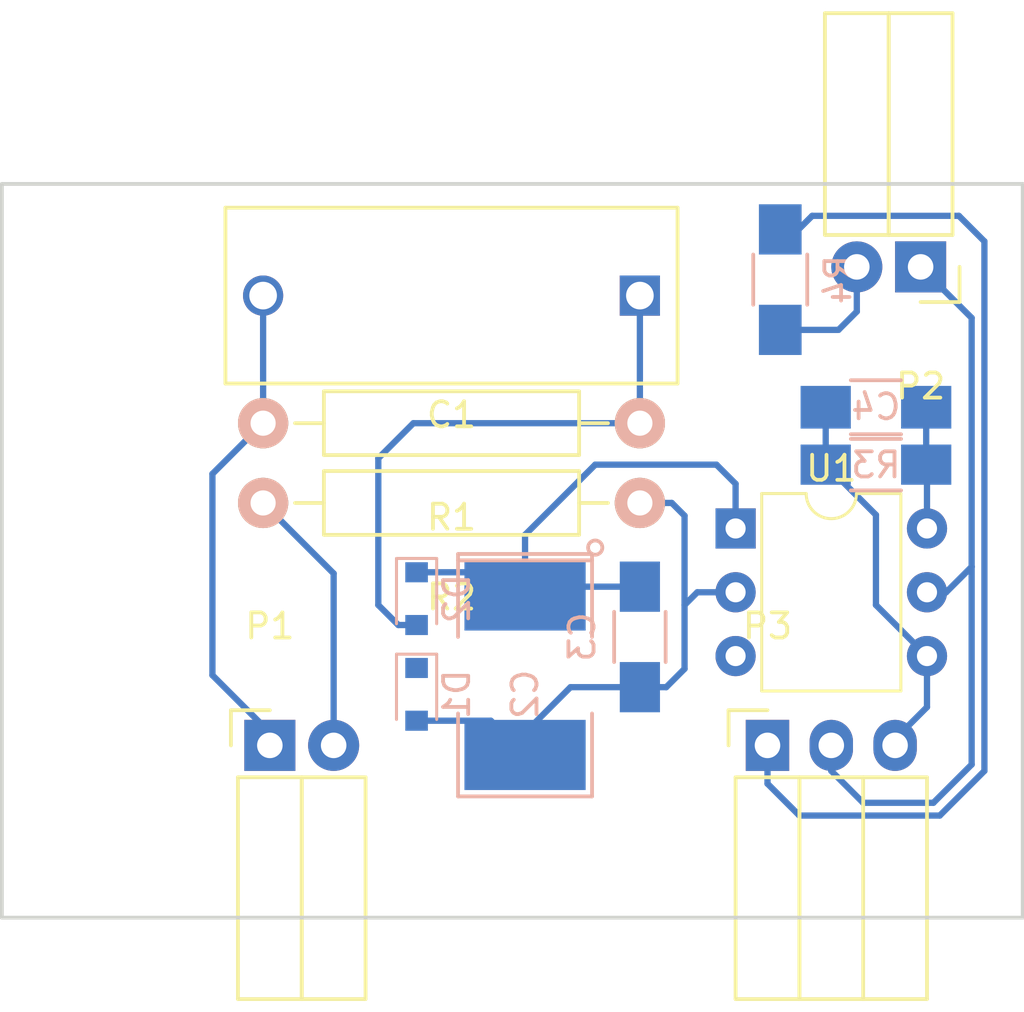
<source format=kicad_pcb>
(kicad_pcb (version 4) (host pcbnew 4.0.7)

  (general
    (links 22)
    (no_connects 1)
    (area 114.224999 90.094999 155.015001 119.455001)
    (thickness 1.6)
    (drawings 4)
    (tracks 66)
    (zones 0)
    (modules 14)
    (nets 11)
  )

  (page A4)
  (layers
    (0 F.Cu signal)
    (31 B.Cu signal)
    (32 B.Adhes user)
    (33 F.Adhes user)
    (34 B.Paste user)
    (35 F.Paste user)
    (36 B.SilkS user)
    (37 F.SilkS user)
    (38 B.Mask user)
    (39 F.Mask user)
    (40 Dwgs.User user)
    (41 Cmts.User user)
    (42 Eco1.User user)
    (43 Eco2.User user)
    (44 Edge.Cuts user)
    (45 Margin user)
    (46 B.CrtYd user)
    (47 F.CrtYd user)
    (48 B.Fab user)
    (49 F.Fab user)
  )

  (setup
    (last_trace_width 0.25)
    (trace_clearance 0.2)
    (zone_clearance 0.508)
    (zone_45_only no)
    (trace_min 0.2)
    (segment_width 0.2)
    (edge_width 0.15)
    (via_size 0.6)
    (via_drill 0.4)
    (via_min_size 0.4)
    (via_min_drill 0.3)
    (uvia_size 0.3)
    (uvia_drill 0.1)
    (uvias_allowed no)
    (uvia_min_size 0.2)
    (uvia_min_drill 0.1)
    (pcb_text_width 0.3)
    (pcb_text_size 1.5 1.5)
    (mod_edge_width 0.15)
    (mod_text_size 1 1)
    (mod_text_width 0.15)
    (pad_size 1.524 1.524)
    (pad_drill 0.762)
    (pad_to_mask_clearance 0.2)
    (aux_axis_origin 0 0)
    (visible_elements 7FFFFFFF)
    (pcbplotparams
      (layerselection 0x00030_80000001)
      (usegerberextensions false)
      (excludeedgelayer true)
      (linewidth 0.100000)
      (plotframeref false)
      (viasonmask false)
      (mode 1)
      (useauxorigin false)
      (hpglpennumber 1)
      (hpglpenspeed 20)
      (hpglpendiameter 15)
      (hpglpenoverlay 2)
      (psnegative false)
      (psa4output false)
      (plotreference true)
      (plotvalue true)
      (plotinvisibletext false)
      (padsonsilk false)
      (subtractmaskfromsilk false)
      (outputformat 1)
      (mirror false)
      (drillshape 1)
      (scaleselection 1)
      (outputdirectory ""))
  )

  (net 0 "")
  (net 1 "Net-(C1-Pad1)")
  (net 2 "Net-(C1-Pad2)")
  (net 3 "Net-(C2-Pad2)")
  (net 4 "Net-(C2-Pad1)")
  (net 5 "Net-(C4-Pad1)")
  (net 6 "Net-(C4-Pad2)")
  (net 7 "Net-(P1-Pad2)")
  (net 8 "Net-(P2-Pad1)")
  (net 9 "Net-(P2-Pad2)")
  (net 10 "Net-(P3-Pad1)")

  (net_class Default "Это класс цепей по умолчанию."
    (clearance 0.2)
    (trace_width 0.25)
    (via_dia 0.6)
    (via_drill 0.4)
    (uvia_dia 0.3)
    (uvia_drill 0.1)
    (add_net "Net-(C1-Pad1)")
    (add_net "Net-(C1-Pad2)")
    (add_net "Net-(C2-Pad1)")
    (add_net "Net-(C2-Pad2)")
    (add_net "Net-(C4-Pad1)")
    (add_net "Net-(C4-Pad2)")
    (add_net "Net-(P1-Pad2)")
    (add_net "Net-(P2-Pad1)")
    (add_net "Net-(P2-Pad2)")
    (add_net "Net-(P3-Pad1)")
  )

  (module Capacitors_THT:C_Rect_L18_W7_P15 (layer F.Cu) (tedit 587280F1) (tstamp 58727D62)
    (at 139.7 94.615 180)
    (descr "Film Capacitor Length 18mm x Width 7mm, Pitch 15mm")
    (tags Capacitor)
    (path /587226CD)
    (fp_text reference C1 (at 7.5 -4.75 180) (layer F.SilkS)
      (effects (font (size 1 1) (thickness 0.15)))
    )
    (fp_text value 0.15uF (at 4.826 1.651 180) (layer F.Fab)
      (effects (font (size 1 1) (thickness 0.15)))
    )
    (fp_line (start -1.75 -3.75) (end 16.75 -3.75) (layer F.CrtYd) (width 0.05))
    (fp_line (start 16.75 -3.75) (end 16.75 3.75) (layer F.CrtYd) (width 0.05))
    (fp_line (start 16.75 3.75) (end -1.75 3.75) (layer F.CrtYd) (width 0.05))
    (fp_line (start -1.75 3.75) (end -1.75 -3.75) (layer F.CrtYd) (width 0.05))
    (fp_line (start -1.5 -3.5) (end 16.5 -3.5) (layer F.SilkS) (width 0.15))
    (fp_line (start 16.5 -3.5) (end 16.5 3.5) (layer F.SilkS) (width 0.15))
    (fp_line (start 16.5 3.5) (end -1.5 3.5) (layer F.SilkS) (width 0.15))
    (fp_line (start -1.5 3.5) (end -1.5 -3.5) (layer F.SilkS) (width 0.15))
    (pad 1 thru_hole rect (at 0 0 180) (size 1.6 1.6) (drill 1.1) (layers *.Cu *.Mask)
      (net 1 "Net-(C1-Pad1)"))
    (pad 2 thru_hole circle (at 15 0 180) (size 1.6 1.6) (drill 1.1) (layers *.Cu *.Mask)
      (net 2 "Net-(C1-Pad2)"))
  )

  (module SMD_Packages:SMD-2112_Pol (layer B.Cu) (tedit 58727EDF) (tstamp 58727D68)
    (at 135.128 109.728 270)
    (path /58722854)
    (attr smd)
    (fp_text reference C2 (at 0.762 0 270) (layer B.SilkS)
      (effects (font (size 1 1) (thickness 0.15)) (justify mirror))
    )
    (fp_text value 10,0 (at -0.889 0 540) (layer B.Fab) hide
      (effects (font (size 1 1) (thickness 0.15)) (justify mirror))
    )
    (fp_circle (center -5.08 -2.794) (end -4.826 -2.667) (layer B.SilkS) (width 0.15))
    (fp_line (start -4.572 2.667) (end -4.572 -2.667) (layer B.SilkS) (width 0.15))
    (fp_line (start -4.826 2.667) (end -4.826 -2.667) (layer B.SilkS) (width 0.15))
    (fp_line (start -1.524 -2.667) (end -4.826 -2.667) (layer B.SilkS) (width 0.15))
    (fp_line (start -1.524 2.667) (end -4.826 2.667) (layer B.SilkS) (width 0.15))
    (fp_line (start 1.524 2.667) (end 4.826 2.667) (layer B.SilkS) (width 0.15))
    (fp_line (start 4.826 2.667) (end 4.826 -2.667) (layer B.SilkS) (width 0.15))
    (fp_line (start 4.826 -2.667) (end 1.524 -2.667) (layer B.SilkS) (width 0.15))
    (pad 2 smd rect (at 3.175 0 270) (size 2.794 4.826) (layers B.Cu B.Paste B.Mask)
      (net 3 "Net-(C2-Pad2)"))
    (pad 1 smd rect (at -3.175 0 270) (size 2.794 4.826) (layers B.Cu B.Paste B.Mask)
      (net 4 "Net-(C2-Pad1)"))
    (model SMD_Packages.3dshapes/SMD-2112_Pol.wrl
      (at (xyz 0 0 0))
      (scale (xyz 0.3 0.4 0.4))
      (rotate (xyz 0 0 0))
    )
  )

  (module Capacitors_SMD:C_1206_HandSoldering (layer B.Cu) (tedit 58727EE9) (tstamp 58727D6E)
    (at 139.7 108.204 270)
    (descr "Capacitor SMD 1206, hand soldering")
    (tags "capacitor 1206")
    (path /587228A9)
    (attr smd)
    (fp_text reference C3 (at 0 2.3 270) (layer B.SilkS)
      (effects (font (size 1 1) (thickness 0.15)) (justify mirror))
    )
    (fp_text value 0,1 (at 0 -2.3 270) (layer B.Fab) hide
      (effects (font (size 1 1) (thickness 0.15)) (justify mirror))
    )
    (fp_line (start -1.6 -0.8) (end -1.6 0.8) (layer B.Fab) (width 0.15))
    (fp_line (start 1.6 -0.8) (end -1.6 -0.8) (layer B.Fab) (width 0.15))
    (fp_line (start 1.6 0.8) (end 1.6 -0.8) (layer B.Fab) (width 0.15))
    (fp_line (start -1.6 0.8) (end 1.6 0.8) (layer B.Fab) (width 0.15))
    (fp_line (start -3.3 1.15) (end 3.3 1.15) (layer B.CrtYd) (width 0.05))
    (fp_line (start -3.3 -1.15) (end 3.3 -1.15) (layer B.CrtYd) (width 0.05))
    (fp_line (start -3.3 1.15) (end -3.3 -1.15) (layer B.CrtYd) (width 0.05))
    (fp_line (start 3.3 1.15) (end 3.3 -1.15) (layer B.CrtYd) (width 0.05))
    (fp_line (start 1 1.025) (end -1 1.025) (layer B.SilkS) (width 0.15))
    (fp_line (start -1 -1.025) (end 1 -1.025) (layer B.SilkS) (width 0.15))
    (pad 1 smd rect (at -2 0 270) (size 2 1.6) (layers B.Cu B.Paste B.Mask)
      (net 4 "Net-(C2-Pad1)"))
    (pad 2 smd rect (at 2 0 270) (size 2 1.6) (layers B.Cu B.Paste B.Mask)
      (net 3 "Net-(C2-Pad2)"))
    (model Capacitors_SMD.3dshapes/C_1206_HandSoldering.wrl
      (at (xyz 0 0 0))
      (scale (xyz 1 1 1))
      (rotate (xyz 0 0 0))
    )
  )

  (module Capacitors_SMD:C_1206_HandSoldering (layer B.Cu) (tedit 58727D94) (tstamp 58727D74)
    (at 149.098 101.346 180)
    (descr "Capacitor SMD 1206, hand soldering")
    (tags "capacitor 1206")
    (path /587232CE)
    (attr smd)
    (fp_text reference C4 (at 0 2.3 180) (layer B.SilkS)
      (effects (font (size 1 1) (thickness 0.15)) (justify mirror))
    )
    (fp_text value 100pf (at 0 -2.3 180) (layer B.Fab) hide
      (effects (font (size 1 1) (thickness 0.15)) (justify mirror))
    )
    (fp_line (start -1.6 -0.8) (end -1.6 0.8) (layer B.Fab) (width 0.15))
    (fp_line (start 1.6 -0.8) (end -1.6 -0.8) (layer B.Fab) (width 0.15))
    (fp_line (start 1.6 0.8) (end 1.6 -0.8) (layer B.Fab) (width 0.15))
    (fp_line (start -1.6 0.8) (end 1.6 0.8) (layer B.Fab) (width 0.15))
    (fp_line (start -3.3 1.15) (end 3.3 1.15) (layer B.CrtYd) (width 0.05))
    (fp_line (start -3.3 -1.15) (end 3.3 -1.15) (layer B.CrtYd) (width 0.05))
    (fp_line (start -3.3 1.15) (end -3.3 -1.15) (layer B.CrtYd) (width 0.05))
    (fp_line (start 3.3 1.15) (end 3.3 -1.15) (layer B.CrtYd) (width 0.05))
    (fp_line (start 1 1.025) (end -1 1.025) (layer B.SilkS) (width 0.15))
    (fp_line (start -1 -1.025) (end 1 -1.025) (layer B.SilkS) (width 0.15))
    (pad 1 smd rect (at -2 0 180) (size 2 1.6) (layers B.Cu B.Paste B.Mask)
      (net 5 "Net-(C4-Pad1)"))
    (pad 2 smd rect (at 2 0 180) (size 2 1.6) (layers B.Cu B.Paste B.Mask)
      (net 6 "Net-(C4-Pad2)"))
    (model Capacitors_SMD.3dshapes/C_1206_HandSoldering.wrl
      (at (xyz 0 0 0))
      (scale (xyz 1 1 1))
      (rotate (xyz 0 0 0))
    )
  )

  (module Diodes_SMD:D_0805 (layer B.Cu) (tedit 58727F12) (tstamp 58727D7A)
    (at 130.81 110.49 270)
    (descr "Diode SMD in 0805 package")
    (tags "smd diode")
    (path /587227B8)
    (attr smd)
    (fp_text reference D1 (at 0 -1.6 270) (layer B.SilkS)
      (effects (font (size 1 1) (thickness 0.15)) (justify mirror))
    )
    (fp_text value 4448 (at 0 1.6 270) (layer B.Fab) hide
      (effects (font (size 1 1) (thickness 0.15)) (justify mirror))
    )
    (fp_line (start -1.6 0.8) (end -1.6 -0.8) (layer B.SilkS) (width 0.12))
    (fp_line (start -1.7 -0.88) (end -1.7 0.88) (layer B.CrtYd) (width 0.05))
    (fp_line (start 1.7 -0.88) (end -1.7 -0.88) (layer B.CrtYd) (width 0.05))
    (fp_line (start 1.7 0.88) (end 1.7 -0.88) (layer B.CrtYd) (width 0.05))
    (fp_line (start -1.7 0.88) (end 1.7 0.88) (layer B.CrtYd) (width 0.05))
    (fp_line (start 0.2 0) (end 0.4 0) (layer B.Fab) (width 0.1))
    (fp_line (start -0.1 0) (end -0.3 0) (layer B.Fab) (width 0.1))
    (fp_line (start -0.1 0.2) (end -0.1 -0.2) (layer B.Fab) (width 0.1))
    (fp_line (start 0.2 -0.2) (end 0.2 0.2) (layer B.Fab) (width 0.1))
    (fp_line (start -0.1 0) (end 0.2 -0.2) (layer B.Fab) (width 0.1))
    (fp_line (start 0.2 0.2) (end -0.1 0) (layer B.Fab) (width 0.1))
    (fp_line (start -1 -0.625) (end -1 0.625) (layer B.Fab) (width 0.12))
    (fp_line (start 1 -0.625) (end -1 -0.625) (layer B.Fab) (width 0.12))
    (fp_line (start 1 0.625) (end 1 -0.625) (layer B.Fab) (width 0.12))
    (fp_line (start -1 0.625) (end 1 0.625) (layer B.Fab) (width 0.12))
    (fp_line (start -1.6 -0.8) (end 1 -0.8) (layer B.SilkS) (width 0.12))
    (fp_line (start -1.6 0.8) (end 1 0.8) (layer B.SilkS) (width 0.12))
    (pad 1 smd rect (at -1.05 0 270) (size 0.8 0.9) (layers B.Cu B.Paste B.Mask)
      (net 1 "Net-(C1-Pad1)"))
    (pad 2 smd rect (at 1.05 0 270) (size 0.8 0.9) (layers B.Cu B.Paste B.Mask)
      (net 3 "Net-(C2-Pad2)"))
  )

  (module Diodes_SMD:D_0805 (layer B.Cu) (tedit 58727F03) (tstamp 58727D80)
    (at 130.81 106.68 270)
    (descr "Diode SMD in 0805 package")
    (tags "smd diode")
    (path /58722803)
    (attr smd)
    (fp_text reference D2 (at 0 -1.6 270) (layer B.SilkS)
      (effects (font (size 1 1) (thickness 0.15)) (justify mirror))
    )
    (fp_text value 4448 (at 0 1.6 270) (layer B.Fab) hide
      (effects (font (size 1 1) (thickness 0.15)) (justify mirror))
    )
    (fp_line (start -1.6 0.8) (end -1.6 -0.8) (layer B.SilkS) (width 0.12))
    (fp_line (start -1.7 -0.88) (end -1.7 0.88) (layer B.CrtYd) (width 0.05))
    (fp_line (start 1.7 -0.88) (end -1.7 -0.88) (layer B.CrtYd) (width 0.05))
    (fp_line (start 1.7 0.88) (end 1.7 -0.88) (layer B.CrtYd) (width 0.05))
    (fp_line (start -1.7 0.88) (end 1.7 0.88) (layer B.CrtYd) (width 0.05))
    (fp_line (start 0.2 0) (end 0.4 0) (layer B.Fab) (width 0.1))
    (fp_line (start -0.1 0) (end -0.3 0) (layer B.Fab) (width 0.1))
    (fp_line (start -0.1 0.2) (end -0.1 -0.2) (layer B.Fab) (width 0.1))
    (fp_line (start 0.2 -0.2) (end 0.2 0.2) (layer B.Fab) (width 0.1))
    (fp_line (start -0.1 0) (end 0.2 -0.2) (layer B.Fab) (width 0.1))
    (fp_line (start 0.2 0.2) (end -0.1 0) (layer B.Fab) (width 0.1))
    (fp_line (start -1 -0.625) (end -1 0.625) (layer B.Fab) (width 0.12))
    (fp_line (start 1 -0.625) (end -1 -0.625) (layer B.Fab) (width 0.12))
    (fp_line (start 1 0.625) (end 1 -0.625) (layer B.Fab) (width 0.12))
    (fp_line (start -1 0.625) (end 1 0.625) (layer B.Fab) (width 0.12))
    (fp_line (start -1.6 -0.8) (end 1 -0.8) (layer B.SilkS) (width 0.12))
    (fp_line (start -1.6 0.8) (end 1 0.8) (layer B.SilkS) (width 0.12))
    (pad 1 smd rect (at -1.05 0 270) (size 0.8 0.9) (layers B.Cu B.Paste B.Mask)
      (net 4 "Net-(C2-Pad1)"))
    (pad 2 smd rect (at 1.05 0 270) (size 0.8 0.9) (layers B.Cu B.Paste B.Mask)
      (net 1 "Net-(C1-Pad1)"))
  )

  (module Socket_Strips:Socket_Strip_Angled_1x02 (layer F.Cu) (tedit 0) (tstamp 58727D86)
    (at 124.968 112.522)
    (descr "Through hole socket strip")
    (tags "socket strip")
    (path /58722A38)
    (fp_text reference P1 (at 0 -4.75) (layer F.SilkS)
      (effects (font (size 1 1) (thickness 0.15)))
    )
    (fp_text value In (at 0 -2.75) (layer F.Fab)
      (effects (font (size 1 1) (thickness 0.15)))
    )
    (fp_line (start -1.75 -1.5) (end -1.75 10.6) (layer F.CrtYd) (width 0.05))
    (fp_line (start 4.3 -1.5) (end 4.3 10.6) (layer F.CrtYd) (width 0.05))
    (fp_line (start -1.75 -1.5) (end 4.3 -1.5) (layer F.CrtYd) (width 0.05))
    (fp_line (start -1.75 10.6) (end 4.3 10.6) (layer F.CrtYd) (width 0.05))
    (fp_line (start 3.81 10.1) (end 3.81 1.27) (layer F.SilkS) (width 0.15))
    (fp_line (start 1.27 10.1) (end 3.81 10.1) (layer F.SilkS) (width 0.15))
    (fp_line (start 1.27 1.27) (end 1.27 10.1) (layer F.SilkS) (width 0.15))
    (fp_line (start 1.27 1.27) (end 3.81 1.27) (layer F.SilkS) (width 0.15))
    (fp_line (start -1.27 1.27) (end 1.27 1.27) (layer F.SilkS) (width 0.15))
    (fp_line (start 0 -1.4) (end -1.55 -1.4) (layer F.SilkS) (width 0.15))
    (fp_line (start -1.55 -1.4) (end -1.55 0) (layer F.SilkS) (width 0.15))
    (fp_line (start -1.27 1.27) (end -1.27 10.1) (layer F.SilkS) (width 0.15))
    (fp_line (start -1.27 10.1) (end 1.27 10.1) (layer F.SilkS) (width 0.15))
    (fp_line (start 1.27 10.1) (end 1.27 1.27) (layer F.SilkS) (width 0.15))
    (pad 1 thru_hole rect (at 0 0) (size 2.032 2.032) (drill 1.016) (layers *.Cu *.Mask)
      (net 2 "Net-(C1-Pad2)"))
    (pad 2 thru_hole oval (at 2.54 0) (size 2.032 2.032) (drill 1.016) (layers *.Cu *.Mask)
      (net 7 "Net-(P1-Pad2)"))
    (model Socket_Strips.3dshapes/Socket_Strip_Angled_1x02.wrl
      (at (xyz 0.05 0 0))
      (scale (xyz 1 1 1))
      (rotate (xyz 0 0 180))
    )
  )

  (module Socket_Strips:Socket_Strip_Angled_1x02 (layer F.Cu) (tedit 0) (tstamp 58727D8C)
    (at 150.876 93.472 180)
    (descr "Through hole socket strip")
    (tags "socket strip")
    (path /58722BF7)
    (fp_text reference P2 (at 0 -4.75 180) (layer F.SilkS)
      (effects (font (size 1 1) (thickness 0.15)))
    )
    (fp_text value Led (at 0 -2.75 180) (layer F.Fab)
      (effects (font (size 1 1) (thickness 0.15)))
    )
    (fp_line (start -1.75 -1.5) (end -1.75 10.6) (layer F.CrtYd) (width 0.05))
    (fp_line (start 4.3 -1.5) (end 4.3 10.6) (layer F.CrtYd) (width 0.05))
    (fp_line (start -1.75 -1.5) (end 4.3 -1.5) (layer F.CrtYd) (width 0.05))
    (fp_line (start -1.75 10.6) (end 4.3 10.6) (layer F.CrtYd) (width 0.05))
    (fp_line (start 3.81 10.1) (end 3.81 1.27) (layer F.SilkS) (width 0.15))
    (fp_line (start 1.27 10.1) (end 3.81 10.1) (layer F.SilkS) (width 0.15))
    (fp_line (start 1.27 1.27) (end 1.27 10.1) (layer F.SilkS) (width 0.15))
    (fp_line (start 1.27 1.27) (end 3.81 1.27) (layer F.SilkS) (width 0.15))
    (fp_line (start -1.27 1.27) (end 1.27 1.27) (layer F.SilkS) (width 0.15))
    (fp_line (start 0 -1.4) (end -1.55 -1.4) (layer F.SilkS) (width 0.15))
    (fp_line (start -1.55 -1.4) (end -1.55 0) (layer F.SilkS) (width 0.15))
    (fp_line (start -1.27 1.27) (end -1.27 10.1) (layer F.SilkS) (width 0.15))
    (fp_line (start -1.27 10.1) (end 1.27 10.1) (layer F.SilkS) (width 0.15))
    (fp_line (start 1.27 10.1) (end 1.27 1.27) (layer F.SilkS) (width 0.15))
    (pad 1 thru_hole rect (at 0 0 180) (size 2.032 2.032) (drill 1.016) (layers *.Cu *.Mask)
      (net 8 "Net-(P2-Pad1)"))
    (pad 2 thru_hole oval (at 2.54 0 180) (size 2.032 2.032) (drill 1.016) (layers *.Cu *.Mask)
      (net 9 "Net-(P2-Pad2)"))
    (model Socket_Strips.3dshapes/Socket_Strip_Angled_1x02.wrl
      (at (xyz 0.05 0 0))
      (scale (xyz 1 1 1))
      (rotate (xyz 0 0 180))
    )
  )

  (module Socket_Strips:Socket_Strip_Angled_1x03 (layer F.Cu) (tedit 0) (tstamp 58727D93)
    (at 144.78 112.522)
    (descr "Through hole socket strip")
    (tags "socket strip")
    (path /58722B6A)
    (fp_text reference P3 (at 0 -4.75) (layer F.SilkS)
      (effects (font (size 1 1) (thickness 0.15)))
    )
    (fp_text value Out (at 0 -2.75) (layer F.Fab)
      (effects (font (size 1 1) (thickness 0.15)))
    )
    (fp_line (start -1.75 -1.5) (end -1.75 10.6) (layer F.CrtYd) (width 0.05))
    (fp_line (start 6.85 -1.5) (end 6.85 10.6) (layer F.CrtYd) (width 0.05))
    (fp_line (start -1.75 -1.5) (end 6.85 -1.5) (layer F.CrtYd) (width 0.05))
    (fp_line (start -1.75 10.6) (end 6.85 10.6) (layer F.CrtYd) (width 0.05))
    (fp_line (start 3.81 1.27) (end 6.35 1.27) (layer F.SilkS) (width 0.15))
    (fp_line (start 3.81 10.1) (end 6.35 10.1) (layer F.SilkS) (width 0.15))
    (fp_line (start 6.35 10.1) (end 6.35 1.27) (layer F.SilkS) (width 0.15))
    (fp_line (start 3.81 10.1) (end 3.81 1.27) (layer F.SilkS) (width 0.15))
    (fp_line (start 1.27 10.1) (end 3.81 10.1) (layer F.SilkS) (width 0.15))
    (fp_line (start 1.27 1.27) (end 1.27 10.1) (layer F.SilkS) (width 0.15))
    (fp_line (start 1.27 1.27) (end 3.81 1.27) (layer F.SilkS) (width 0.15))
    (fp_line (start -1.27 1.27) (end 1.27 1.27) (layer F.SilkS) (width 0.15))
    (fp_line (start 0 -1.4) (end -1.55 -1.4) (layer F.SilkS) (width 0.15))
    (fp_line (start -1.55 -1.4) (end -1.55 0) (layer F.SilkS) (width 0.15))
    (fp_line (start -1.27 1.27) (end -1.27 10.1) (layer F.SilkS) (width 0.15))
    (fp_line (start -1.27 10.1) (end 1.27 10.1) (layer F.SilkS) (width 0.15))
    (fp_line (start 1.27 10.1) (end 1.27 1.27) (layer F.SilkS) (width 0.15))
    (pad 1 thru_hole rect (at 0 0) (size 1.7272 2.032) (drill 1.016) (layers *.Cu *.Mask)
      (net 10 "Net-(P3-Pad1)"))
    (pad 2 thru_hole oval (at 2.54 0) (size 1.7272 2.032) (drill 1.016) (layers *.Cu *.Mask)
      (net 8 "Net-(P2-Pad1)"))
    (pad 3 thru_hole oval (at 5.08 0) (size 1.7272 2.032) (drill 1.016) (layers *.Cu *.Mask)
      (net 6 "Net-(C4-Pad2)"))
    (model Socket_Strips.3dshapes/Socket_Strip_Angled_1x03.wrl
      (at (xyz 0.1 0 0))
      (scale (xyz 1 1 1))
      (rotate (xyz 0 0 180))
    )
  )

  (module Resistors_THT:Resistor_Horizontal_RM15mm (layer F.Cu) (tedit 587280FD) (tstamp 58727D99)
    (at 139.7 99.695 180)
    (descr "Resistor, Axial, RM 15mm,")
    (tags "Resistor Axial RM 15mm")
    (path /58722739)
    (fp_text reference R1 (at 7.5 -3.74904 180) (layer F.SilkS)
      (effects (font (size 1 1) (thickness 0.15)))
    )
    (fp_text value 3m (at 8.382 -0.127 180) (layer F.Fab)
      (effects (font (size 1 1) (thickness 0.15)))
    )
    (fp_line (start -1.25 1.5) (end -1.25 -1.5) (layer F.CrtYd) (width 0.05))
    (fp_line (start -1.25 -1.5) (end 16.25 -1.5) (layer F.CrtYd) (width 0.05))
    (fp_line (start 16.25 -1.5) (end 16.25 1.5) (layer F.CrtYd) (width 0.05))
    (fp_line (start 16.25 1.5) (end -1.25 1.5) (layer F.CrtYd) (width 0.05))
    (fp_line (start 2.42 -1.27) (end 2.42 1.27) (layer F.SilkS) (width 0.15))
    (fp_line (start 2.42 1.27) (end 12.58 1.27) (layer F.SilkS) (width 0.15))
    (fp_line (start 12.58 1.27) (end 12.58 -1.27) (layer F.SilkS) (width 0.15))
    (fp_line (start 12.58 -1.27) (end 2.42 -1.27) (layer F.SilkS) (width 0.15))
    (fp_line (start 13.73 0) (end 12.58 0) (layer F.SilkS) (width 0.15))
    (fp_line (start 1.27 0) (end 2.42 0) (layer F.SilkS) (width 0.15))
    (pad 1 thru_hole circle (at 0 0 180) (size 1.99898 1.99898) (drill 1.00076) (layers *.Cu *.SilkS *.Mask)
      (net 1 "Net-(C1-Pad1)"))
    (pad 2 thru_hole circle (at 15 0 180) (size 1.99898 1.99898) (drill 1.00076) (layers *.Cu *.SilkS *.Mask)
      (net 2 "Net-(C1-Pad2)"))
    (model Resistors_ThroughHole.3dshapes/Resistor_Horizontal_RM15mm.wrl
      (at (xyz 0.295 0 0))
      (scale (xyz 0.395 0.4 0.4))
      (rotate (xyz 0 0 0))
    )
  )

  (module Resistors_THT:Resistor_Horizontal_RM15mm (layer F.Cu) (tedit 587280F9) (tstamp 58727D9F)
    (at 139.7 102.87 180)
    (descr "Resistor, Axial, RM 15mm,")
    (tags "Resistor Axial RM 15mm")
    (path /587226F8)
    (fp_text reference R2 (at 7.5 -3.74904 180) (layer F.SilkS)
      (effects (font (size 1 1) (thickness 0.15)))
    )
    (fp_text value "10k 1W" (at 7.366 0 180) (layer F.Fab)
      (effects (font (size 1 1) (thickness 0.15)))
    )
    (fp_line (start -1.25 1.5) (end -1.25 -1.5) (layer F.CrtYd) (width 0.05))
    (fp_line (start -1.25 -1.5) (end 16.25 -1.5) (layer F.CrtYd) (width 0.05))
    (fp_line (start 16.25 -1.5) (end 16.25 1.5) (layer F.CrtYd) (width 0.05))
    (fp_line (start 16.25 1.5) (end -1.25 1.5) (layer F.CrtYd) (width 0.05))
    (fp_line (start 2.42 -1.27) (end 2.42 1.27) (layer F.SilkS) (width 0.15))
    (fp_line (start 2.42 1.27) (end 12.58 1.27) (layer F.SilkS) (width 0.15))
    (fp_line (start 12.58 1.27) (end 12.58 -1.27) (layer F.SilkS) (width 0.15))
    (fp_line (start 12.58 -1.27) (end 2.42 -1.27) (layer F.SilkS) (width 0.15))
    (fp_line (start 13.73 0) (end 12.58 0) (layer F.SilkS) (width 0.15))
    (fp_line (start 1.27 0) (end 2.42 0) (layer F.SilkS) (width 0.15))
    (pad 1 thru_hole circle (at 0 0 180) (size 1.99898 1.99898) (drill 1.00076) (layers *.Cu *.SilkS *.Mask)
      (net 3 "Net-(C2-Pad2)"))
    (pad 2 thru_hole circle (at 15 0 180) (size 1.99898 1.99898) (drill 1.00076) (layers *.Cu *.SilkS *.Mask)
      (net 7 "Net-(P1-Pad2)"))
    (model Resistors_ThroughHole.3dshapes/Resistor_Horizontal_RM15mm.wrl
      (at (xyz 0.295 0 0))
      (scale (xyz 0.395 0.4 0.4))
      (rotate (xyz 0 0 0))
    )
  )

  (module Resistors_SMD:R_1206_HandSoldering (layer B.Cu) (tedit 58727E62) (tstamp 58727DA5)
    (at 149.098 99.06)
    (descr "Resistor SMD 1206, hand soldering")
    (tags "resistor 1206")
    (path /587231B1)
    (attr smd)
    (fp_text reference R3 (at 0 2.3) (layer B.SilkS)
      (effects (font (size 1 1) (thickness 0.15)) (justify mirror))
    )
    (fp_text value 470k (at 0 -2.3) (layer B.Fab) hide
      (effects (font (size 1 1) (thickness 0.15)) (justify mirror))
    )
    (fp_line (start -1.6 -0.8) (end -1.6 0.8) (layer B.Fab) (width 0.1))
    (fp_line (start 1.6 -0.8) (end -1.6 -0.8) (layer B.Fab) (width 0.1))
    (fp_line (start 1.6 0.8) (end 1.6 -0.8) (layer B.Fab) (width 0.1))
    (fp_line (start -1.6 0.8) (end 1.6 0.8) (layer B.Fab) (width 0.1))
    (fp_line (start -3.3 1.2) (end 3.3 1.2) (layer B.CrtYd) (width 0.05))
    (fp_line (start -3.3 -1.2) (end 3.3 -1.2) (layer B.CrtYd) (width 0.05))
    (fp_line (start -3.3 1.2) (end -3.3 -1.2) (layer B.CrtYd) (width 0.05))
    (fp_line (start 3.3 1.2) (end 3.3 -1.2) (layer B.CrtYd) (width 0.05))
    (fp_line (start 1 -1.075) (end -1 -1.075) (layer B.SilkS) (width 0.15))
    (fp_line (start -1 1.075) (end 1 1.075) (layer B.SilkS) (width 0.15))
    (pad 1 smd rect (at -2 0) (size 2 1.7) (layers B.Cu B.Paste B.Mask)
      (net 6 "Net-(C4-Pad2)"))
    (pad 2 smd rect (at 2 0) (size 2 1.7) (layers B.Cu B.Paste B.Mask)
      (net 5 "Net-(C4-Pad1)"))
    (model Resistors_SMD.3dshapes/R_1206_HandSoldering.wrl
      (at (xyz 0 0 0))
      (scale (xyz 1 1 1))
      (rotate (xyz 0 0 0))
    )
  )

  (module Resistors_SMD:R_1206_HandSoldering (layer B.Cu) (tedit 58727E73) (tstamp 58727DAB)
    (at 145.288 93.98 90)
    (descr "Resistor SMD 1206, hand soldering")
    (tags "resistor 1206")
    (path /587229E1)
    (attr smd)
    (fp_text reference R4 (at 0 2.3 90) (layer B.SilkS)
      (effects (font (size 1 1) (thickness 0.15)) (justify mirror))
    )
    (fp_text value "4,7k (10ma) or 12k (2ma)" (at 0 -2.3 90) (layer B.Fab) hide
      (effects (font (size 1 1) (thickness 0.15)) (justify mirror))
    )
    (fp_line (start -1.6 -0.8) (end -1.6 0.8) (layer B.Fab) (width 0.1))
    (fp_line (start 1.6 -0.8) (end -1.6 -0.8) (layer B.Fab) (width 0.1))
    (fp_line (start 1.6 0.8) (end 1.6 -0.8) (layer B.Fab) (width 0.1))
    (fp_line (start -1.6 0.8) (end 1.6 0.8) (layer B.Fab) (width 0.1))
    (fp_line (start -3.3 1.2) (end 3.3 1.2) (layer B.CrtYd) (width 0.05))
    (fp_line (start -3.3 -1.2) (end 3.3 -1.2) (layer B.CrtYd) (width 0.05))
    (fp_line (start -3.3 1.2) (end -3.3 -1.2) (layer B.CrtYd) (width 0.05))
    (fp_line (start 3.3 1.2) (end 3.3 -1.2) (layer B.CrtYd) (width 0.05))
    (fp_line (start 1 -1.075) (end -1 -1.075) (layer B.SilkS) (width 0.15))
    (fp_line (start -1 1.075) (end 1 1.075) (layer B.SilkS) (width 0.15))
    (pad 1 smd rect (at -2 0 90) (size 2 1.7) (layers B.Cu B.Paste B.Mask)
      (net 9 "Net-(P2-Pad2)"))
    (pad 2 smd rect (at 2 0 90) (size 2 1.7) (layers B.Cu B.Paste B.Mask)
      (net 10 "Net-(P3-Pad1)"))
    (model Resistors_SMD.3dshapes/R_1206_HandSoldering.wrl
      (at (xyz 0 0 0))
      (scale (xyz 1 1 1))
      (rotate (xyz 0 0 0))
    )
  )

  (module Housings_DIP:DIP-6_W7.62mm (layer F.Cu) (tedit 586281B4) (tstamp 58727DB5)
    (at 143.51 103.886)
    (descr "6-lead dip package, row spacing 7.62 mm (300 mils)")
    (tags "DIL DIP PDIP 2.54mm 7.62mm 300mil")
    (path /587228F9)
    (fp_text reference U1 (at 3.81 -2.39) (layer F.SilkS)
      (effects (font (size 1 1) (thickness 0.15)))
    )
    (fp_text value 4N35 (at 3.81 7.47) (layer F.Fab)
      (effects (font (size 1 1) (thickness 0.15)))
    )
    (fp_arc (start 3.81 -1.39) (end 2.81 -1.39) (angle -180) (layer F.SilkS) (width 0.12))
    (fp_line (start 1.635 -1.27) (end 6.985 -1.27) (layer F.Fab) (width 0.1))
    (fp_line (start 6.985 -1.27) (end 6.985 6.35) (layer F.Fab) (width 0.1))
    (fp_line (start 6.985 6.35) (end 0.635 6.35) (layer F.Fab) (width 0.1))
    (fp_line (start 0.635 6.35) (end 0.635 -0.27) (layer F.Fab) (width 0.1))
    (fp_line (start 0.635 -0.27) (end 1.635 -1.27) (layer F.Fab) (width 0.1))
    (fp_line (start 2.81 -1.39) (end 1.04 -1.39) (layer F.SilkS) (width 0.12))
    (fp_line (start 1.04 -1.39) (end 1.04 6.47) (layer F.SilkS) (width 0.12))
    (fp_line (start 1.04 6.47) (end 6.58 6.47) (layer F.SilkS) (width 0.12))
    (fp_line (start 6.58 6.47) (end 6.58 -1.39) (layer F.SilkS) (width 0.12))
    (fp_line (start 6.58 -1.39) (end 4.81 -1.39) (layer F.SilkS) (width 0.12))
    (fp_line (start -1.1 -1.6) (end -1.1 6.6) (layer F.CrtYd) (width 0.05))
    (fp_line (start -1.1 6.6) (end 8.7 6.6) (layer F.CrtYd) (width 0.05))
    (fp_line (start 8.7 6.6) (end 8.7 -1.6) (layer F.CrtYd) (width 0.05))
    (fp_line (start 8.7 -1.6) (end -1.1 -1.6) (layer F.CrtYd) (width 0.05))
    (pad 1 thru_hole rect (at 0 0) (size 1.6 1.6) (drill 0.8) (layers *.Cu *.Mask)
      (net 4 "Net-(C2-Pad1)"))
    (pad 4 thru_hole oval (at 7.62 5.08) (size 1.6 1.6) (drill 0.8) (layers *.Cu *.Mask)
      (net 6 "Net-(C4-Pad2)"))
    (pad 2 thru_hole oval (at 0 2.54) (size 1.6 1.6) (drill 0.8) (layers *.Cu *.Mask)
      (net 3 "Net-(C2-Pad2)"))
    (pad 5 thru_hole oval (at 7.62 2.54) (size 1.6 1.6) (drill 0.8) (layers *.Cu *.Mask)
      (net 8 "Net-(P2-Pad1)"))
    (pad 3 thru_hole oval (at 0 5.08) (size 1.6 1.6) (drill 0.8) (layers *.Cu *.Mask))
    (pad 6 thru_hole oval (at 7.62 0) (size 1.6 1.6) (drill 0.8) (layers *.Cu *.Mask)
      (net 5 "Net-(C4-Pad1)"))
    (model Housings_DIP.3dshapes/DIP-6_W7.62mm.wrl
      (at (xyz 0 0 0))
      (scale (xyz 1 1 1))
      (rotate (xyz 0 0 0))
    )
  )

  (gr_line (start 114.3 119.38) (end 154.94 119.38) (angle 90) (layer Edge.Cuts) (width 0.15))
  (gr_line (start 114.3 90.17) (end 114.3 119.38) (angle 90) (layer Edge.Cuts) (width 0.15))
  (gr_line (start 154.94 90.17) (end 114.3 90.17) (angle 90) (layer Edge.Cuts) (width 0.15))
  (gr_line (start 154.94 119.38) (end 154.94 90.17) (angle 90) (layer Edge.Cuts) (width 0.15))

  (segment (start 139.7 99.695) (end 139.7 94.615) (width 0.25) (layer B.Cu) (net 1))
  (segment (start 130.81 107.73) (end 130.082 107.73) (width 0.25) (layer B.Cu) (net 1))
  (segment (start 130.683 99.695) (end 139.7 99.695) (width 0.25) (layer B.Cu) (net 1) (tstamp 58728048))
  (segment (start 129.286 101.092) (end 130.683 99.695) (width 0.25) (layer B.Cu) (net 1) (tstamp 58728044))
  (segment (start 129.286 106.934) (end 129.286 101.092) (width 0.25) (layer B.Cu) (net 1) (tstamp 58728042))
  (segment (start 130.082 107.73) (end 129.286 106.934) (width 0.25) (layer B.Cu) (net 1) (tstamp 5872803E))
  (segment (start 124.968 112.522) (end 124.968 112.014) (width 0.25) (layer B.Cu) (net 2))
  (segment (start 124.968 112.014) (end 122.682 109.728) (width 0.25) (layer B.Cu) (net 2) (tstamp 5872800D))
  (segment (start 122.682 109.728) (end 122.682 101.713) (width 0.25) (layer B.Cu) (net 2) (tstamp 5872800F))
  (segment (start 122.682 101.713) (end 124.7 99.695) (width 0.25) (layer B.Cu) (net 2) (tstamp 58728012))
  (segment (start 124.7 99.695) (end 124.7 94.615) (width 0.25) (layer B.Cu) (net 2))
  (segment (start 143.51 106.426) (end 141.986 106.426) (width 0.25) (layer B.Cu) (net 3))
  (segment (start 141.986 106.426) (end 141.478 106.934) (width 0.25) (layer B.Cu) (net 3) (tstamp 58728036))
  (segment (start 139.7 102.87) (end 140.97 102.87) (width 0.25) (layer B.Cu) (net 3))
  (segment (start 140.748 110.204) (end 139.7 110.204) (width 0.25) (layer B.Cu) (net 3) (tstamp 58728033))
  (segment (start 141.478 109.474) (end 140.748 110.204) (width 0.25) (layer B.Cu) (net 3) (tstamp 58728031))
  (segment (start 141.478 103.378) (end 141.478 106.934) (width 0.25) (layer B.Cu) (net 3) (tstamp 5872802D))
  (segment (start 141.478 106.934) (end 141.478 109.474) (width 0.25) (layer B.Cu) (net 3) (tstamp 5872803C))
  (segment (start 140.97 102.87) (end 141.478 103.378) (width 0.25) (layer B.Cu) (net 3) (tstamp 58728025))
  (segment (start 135.128 112.903) (end 135.128 112.014) (width 0.25) (layer B.Cu) (net 3))
  (segment (start 135.128 112.014) (end 136.938 110.204) (width 0.25) (layer B.Cu) (net 3) (tstamp 5872801A))
  (segment (start 136.938 110.204) (end 139.7 110.204) (width 0.25) (layer B.Cu) (net 3) (tstamp 5872801B))
  (segment (start 130.81 111.54) (end 133.765 111.54) (width 0.25) (layer B.Cu) (net 3))
  (segment (start 133.765 111.54) (end 135.128 112.903) (width 0.25) (layer B.Cu) (net 3) (tstamp 58728016))
  (segment (start 143.51 103.886) (end 143.51 102.108) (width 0.25) (layer B.Cu) (net 4))
  (segment (start 135.128 104.14) (end 135.128 106.553) (width 0.25) (layer B.Cu) (net 4) (tstamp 5872805A))
  (segment (start 137.922 101.346) (end 135.128 104.14) (width 0.25) (layer B.Cu) (net 4) (tstamp 58728059))
  (segment (start 142.748 101.346) (end 137.922 101.346) (width 0.25) (layer B.Cu) (net 4) (tstamp 58728054))
  (segment (start 143.51 102.108) (end 142.748 101.346) (width 0.25) (layer B.Cu) (net 4) (tstamp 5872804F))
  (segment (start 139.7 106.204) (end 135.477 106.204) (width 0.25) (layer B.Cu) (net 4))
  (segment (start 135.477 106.204) (end 135.128 106.553) (width 0.25) (layer B.Cu) (net 4) (tstamp 58728022))
  (segment (start 130.81 105.63) (end 134.205 105.63) (width 0.25) (layer B.Cu) (net 4))
  (segment (start 134.205 105.63) (end 135.128 106.553) (width 0.25) (layer B.Cu) (net 4) (tstamp 5872801F))
  (segment (start 151.13 103.886) (end 151.13 101.378) (width 0.25) (layer B.Cu) (net 5))
  (segment (start 151.13 101.378) (end 151.098 101.346) (width 0.25) (layer B.Cu) (net 5) (tstamp 5872C040))
  (segment (start 151.098 101.346) (end 151.098 99.06) (width 0.25) (layer B.Cu) (net 5) (tstamp 5872C041))
  (segment (start 147.098 99.06) (end 147.098 101.346) (width 0.25) (layer B.Cu) (net 6))
  (segment (start 147.098 101.346) (end 149.098 103.346) (width 0.25) (layer B.Cu) (net 6) (tstamp 5872C04A))
  (segment (start 149.098 103.346) (end 149.098 106.934) (width 0.25) (layer B.Cu) (net 6) (tstamp 5872C04B))
  (segment (start 149.098 106.934) (end 151.13 108.966) (width 0.25) (layer B.Cu) (net 6) (tstamp 5872C05C))
  (segment (start 149.86 112.522) (end 149.86 112.268) (width 0.25) (layer B.Cu) (net 6))
  (segment (start 149.86 112.268) (end 151.13 110.998) (width 0.25) (layer B.Cu) (net 6) (tstamp 58728071))
  (segment (start 151.13 110.998) (end 151.13 108.966) (width 0.25) (layer B.Cu) (net 6) (tstamp 58728072))
  (segment (start 127.508 112.522) (end 127.508 105.678) (width 0.25) (layer B.Cu) (net 7))
  (segment (start 127.508 105.678) (end 124.7 102.87) (width 0.25) (layer B.Cu) (net 7) (tstamp 58728007))
  (segment (start 147.32 112.522) (end 147.32 113.538) (width 0.25) (layer B.Cu) (net 8))
  (segment (start 152.908 113.284) (end 152.908 105.41) (width 0.25) (layer B.Cu) (net 8) (tstamp 58728091))
  (segment (start 151.384 114.808) (end 152.908 113.284) (width 0.25) (layer B.Cu) (net 8) (tstamp 5872808F))
  (segment (start 148.59 114.808) (end 151.384 114.808) (width 0.25) (layer B.Cu) (net 8) (tstamp 5872808D))
  (segment (start 147.32 113.538) (end 148.59 114.808) (width 0.25) (layer B.Cu) (net 8) (tstamp 5872808A))
  (segment (start 151.13 106.426) (end 151.892 106.426) (width 0.25) (layer B.Cu) (net 8))
  (segment (start 151.892 106.426) (end 152.908 105.41) (width 0.25) (layer B.Cu) (net 8) (tstamp 5872807C))
  (segment (start 152.908 105.41) (end 152.908 95.504) (width 0.25) (layer B.Cu) (net 8) (tstamp 5872807E))
  (segment (start 152.908 95.504) (end 150.876 93.472) (width 0.25) (layer B.Cu) (net 8) (tstamp 58728085))
  (segment (start 145.288 95.98) (end 147.606 95.98) (width 0.25) (layer B.Cu) (net 9))
  (segment (start 148.336 95.25) (end 148.336 93.472) (width 0.25) (layer B.Cu) (net 9) (tstamp 5872C069))
  (segment (start 147.606 95.98) (end 148.336 95.25) (width 0.25) (layer B.Cu) (net 9) (tstamp 5872C067))
  (segment (start 145.288 91.98) (end 146.018 91.98) (width 0.25) (layer B.Cu) (net 10))
  (segment (start 146.018 91.98) (end 146.558 91.44) (width 0.25) (layer B.Cu) (net 10) (tstamp 5872C06C))
  (segment (start 146.558 91.44) (end 152.4 91.44) (width 0.25) (layer B.Cu) (net 10) (tstamp 5872C071))
  (segment (start 152.4 91.44) (end 153.416 92.456) (width 0.25) (layer B.Cu) (net 10) (tstamp 5872C073))
  (segment (start 153.416 92.456) (end 153.416 113.538) (width 0.25) (layer B.Cu) (net 10) (tstamp 5872C076))
  (segment (start 153.416 113.538) (end 151.638 115.316) (width 0.25) (layer B.Cu) (net 10) (tstamp 5872C07F))
  (segment (start 151.638 115.316) (end 146.05 115.316) (width 0.25) (layer B.Cu) (net 10) (tstamp 5872C086))
  (segment (start 146.05 115.316) (end 144.78 114.046) (width 0.25) (layer B.Cu) (net 10) (tstamp 5872C08A))
  (segment (start 144.78 114.046) (end 144.78 112.522) (width 0.25) (layer B.Cu) (net 10) (tstamp 5872C08D))

)

</source>
